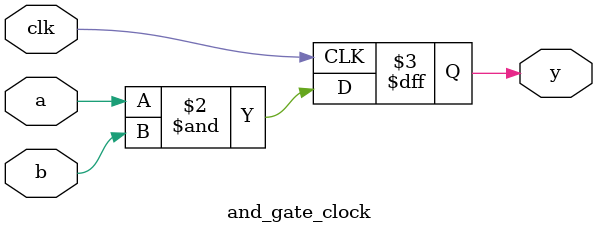
<source format=sv>
module and_gate_clock (
    input wire clk,    // Clock signal
    input wire a,      // Input A
    input wire b,      // Input B
    output reg y       // Output Y
);
    always @(posedge clk) begin
        y <= a & b;  // AND operation on rising edge of clock
    end
endmodule

</source>
